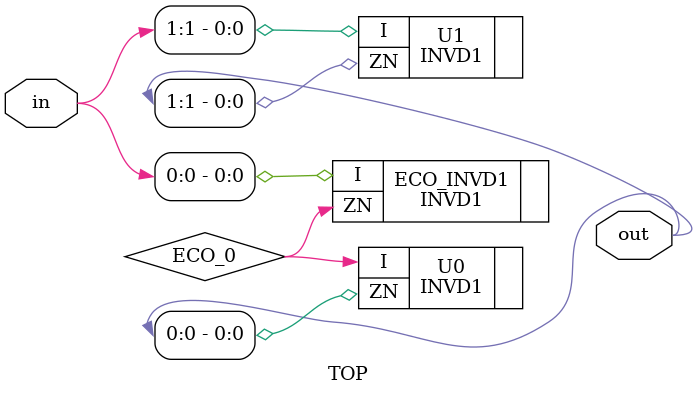
<source format=v>
module TOP( in, out );

    input  [  1: 0 ] in;
    output [  1: 0 ] out;

    wire ECO_0;

    INVD1 U0( .I( ECO_0 ), .ZN( out[0] ) );
    INVD1 U1( .I( in[1] ), .ZN( out[1] ) );
    INVD1 ECO_INVD1( .I( in[0] ), .ZN( ECO_0 ) );
endmodule

</source>
